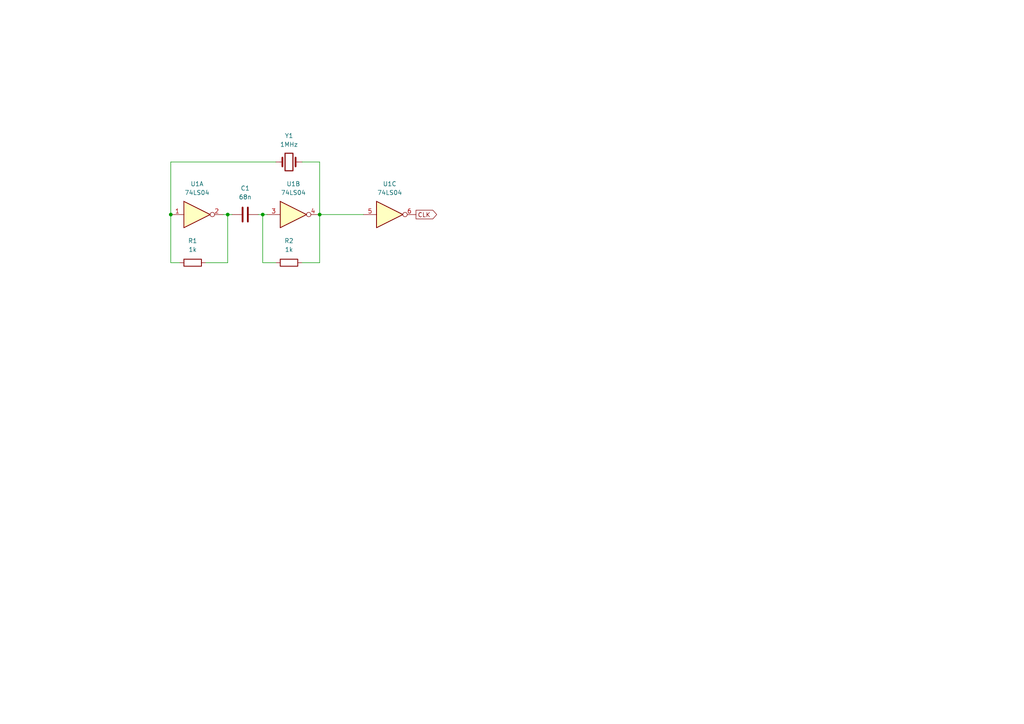
<source format=kicad_sch>
(kicad_sch (version 20230121) (generator eeschema)
  (paper "A4")
  (lib_symbols
    (symbol "74xx:74LS04"
      (property "Reference" "U" (at 0 1.27 0))
      (property "Value" "74LS04" (at 0 -1.27 0))
      (symbol "74LS04_1_0"
        (polyline (pts (xy -3.81 3.81) (xy -3.81 -3.81) (xy 3.81 0) (xy -3.81 3.81)) (stroke (width 0.254)) (fill (type background)))
        (pin input line (at -7.62 0 0) (length 3.81) (name "~") (number "1"))
        (pin output inverted (at 7.62 0 180) (length 3.81) (name "~") (number "2"))
      )
      (symbol "74LS04_2_0"
        (polyline (pts (xy -3.81 3.81) (xy -3.81 -3.81) (xy 3.81 0) (xy -3.81 3.81)) (stroke (width 0.254)) (fill (type background)))
        (pin input line (at -7.62 0 0) (length 3.81) (name "~") (number "3"))
        (pin output inverted (at 7.62 0 180) (length 3.81) (name "~") (number "4"))
      )
      (symbol "74LS04_3_0"
        (polyline (pts (xy -3.81 3.81) (xy -3.81 -3.81) (xy 3.81 0) (xy -3.81 3.81)) (stroke (width 0.254)) (fill (type background)))
        (pin input line (at -7.62 0 0) (length 3.81) (name "~") (number "5"))
        (pin output inverted (at 7.62 0 180) (length 3.81) (name "~") (number "6"))
      )
      (symbol "74LS04_4_0"
        (polyline (pts (xy -3.81 3.81) (xy -3.81 -3.81) (xy 3.81 0) (xy -3.81 3.81)) (stroke (width 0.254)) (fill (type background)))
        (pin output inverted (at 7.62 0 180) (length 3.81) (name "~") (number "8"))
        (pin input line (at -7.62 0 0) (length 3.81) (name "~") (number "9"))
      )
      (symbol "74LS04_5_0"
        (polyline (pts (xy -3.81 3.81) (xy -3.81 -3.81) (xy 3.81 0) (xy -3.81 3.81)) (stroke (width 0.254)) (fill (type background)))
        (pin output inverted (at 7.62 0 180) (length 3.81) (name "~") (number "10"))
        (pin input line (at -7.62 0 0) (length 3.81) (name "~") (number "11"))
      )
      (symbol "74LS04_6_0"
        (polyline (pts (xy -3.81 3.81) (xy -3.81 -3.81) (xy 3.81 0) (xy -3.81 3.81)) (stroke (width 0.254)) (fill (type background)))
        (pin output inverted (at 7.62 0 180) (length 3.81) (name "~") (number "12"))
        (pin input line (at -7.62 0 0) (length 3.81) (name "~") (number "13"))
      )
      (symbol "74LS04_7_0"
        (pin power_in line (at 0 12.7 270) (length 5.08) (name "VCC") (number "14"))
        (pin power_in line (at 0 -12.7 90) (length 5.08) (name "GND") (number "7"))
      )
      (symbol "74LS04_7_1"
        (rectangle (start -5.08 7.62) (end 5.08 -7.62) (stroke (width 0.254)) (fill (type background)))
      )
    )
    (symbol "Device:C" (pin_numbers hide) (pin_names (offset 0.254))
      (property "Reference" "C" (at 0.635 2.54 0))
      (property "Value" "C" (at 0.635 -2.54 0))
      (symbol "C_0_1"
        (polyline (pts (xy -2.032 -0.762) (xy 2.032 -0.762)) (stroke (width 0.508)))
        (polyline (pts (xy -2.032 0.762) (xy 2.032 0.762)) (stroke (width 0.508)))
      )
      (symbol "C_1_1"
        (pin passive line (at 0 3.81 270) (length 2.794) (name "~") (number "1"))
        (pin passive line (at 0 -3.81 90) (length 2.794) (name "~") (number "2"))
      )
    )
    (symbol "Device:Crystal" (pin_numbers hide) (pin_names (offset 1.016) hide)
      (property "Reference" "Y" (at 0 3.81 0))
      (property "Value" "Crystal" (at 0 -3.81 0))
      (symbol "Crystal_0_1"
        (rectangle (start -1.143 2.54) (end 1.143 -2.54) (stroke (width 0.3048)))
        (polyline (pts (xy -2.54 0) (xy -1.905 0)))
        (polyline (pts (xy -1.905 -1.27) (xy -1.905 1.27)) (stroke (width 0.508)))
        (polyline (pts (xy 1.905 -1.27) (xy 1.905 1.27)) (stroke (width 0.508)))
        (polyline (pts (xy 2.54 0) (xy 1.905 0)))
      )
      (symbol "Crystal_1_1"
        (pin passive line (at -3.81 0 0) (length 1.27) (name "1") (number "1"))
        (pin passive line (at 3.81 0 180) (length 1.27) (name "2") (number "2"))
      )
    )
    (symbol "Device:R" (pin_numbers hide) (pin_names (offset 0))
      (property "Reference" "R" (at 2.032 0 90))
      (property "Value" "R" (at 0 0 90))
      (symbol "R_0_1"
        (rectangle (start -1.016 -2.54) (end 1.016 2.54) (stroke (width 0.254)))
      )
      (symbol "R_1_1"
        (pin passive line (at 0 3.81 270) (length 1.27) (name "~") (number "1"))
        (pin passive line (at 0 -3.81 90) (length 1.27) (name "~") (number "2"))
      )
    )
  )
  (junction (at 66.04 62.23))
  (junction (at 49.53 62.23))
  (junction (at 92.71 62.23))
  (junction (at 76.2 62.23))
  (wire (pts (xy 87.63 76.2) (xy 92.71 76.2)))
  (wire (pts (xy 59.69 76.2) (xy 66.04 76.2)))
  (wire (pts (xy 92.71 62.23) (xy 105.41 62.23)))
  (wire (pts (xy 66.04 62.23) (xy 67.31 62.23)))
  (wire (pts (xy 64.77 62.23) (xy 66.04 62.23)))
  (wire (pts (xy 80.01 76.2) (xy 76.2 76.2)))
  (wire (pts (xy 74.93 62.23) (xy 76.2 62.23)))
  (wire (pts (xy 92.71 76.2) (xy 92.71 62.23)))
  (wire (pts (xy 49.53 46.99) (xy 49.53 62.23)))
  (wire (pts (xy 49.53 76.2) (xy 49.53 62.23)))
  (wire (pts (xy 66.04 76.2) (xy 66.04 62.23)))
  (wire (pts (xy 52.07 76.2) (xy 49.53 76.2)))
  (wire (pts (xy 80.01 46.99) (xy 49.53 46.99)))
  (wire (pts (xy 76.2 76.2) (xy 76.2 62.23)))
  (wire (pts (xy 92.71 46.99) (xy 92.71 62.23)))
  (wire (pts (xy 87.63 46.99) (xy 92.71 46.99)))
  (wire (pts (xy 76.2 62.23) (xy 77.47 62.23)))
  (global_label "CLK" (shape output) (at 120.65 62.23 0) (property "Intersheetrefs" "${INTERSHEET_REFS}" (effects hide)))
  (symbol (lib_id "Device:C") (at 71.12 62.23 90) (unit 1)
    (property "Reference" "C1" (at 71.12 54.61 90))
    (property "Value" "68n" (at 71.12 57.15 90))
  )
  (symbol (lib_id "Device:Crystal") (at 83.82 46.99 0) (unit 1)
    (property "Reference" "Y1" (at 83.82 39.37 0))
    (property "Value" "1MHz" (at 83.82 41.91 0))
  )
  (symbol (lib_id "Device:R") (at 83.82 76.2 90) (unit 1)
    (property "Reference" "R2" (at 83.82 69.85 90))
    (property "Value" "1k" (at 83.82 72.39 90))
  )
  (symbol (lib_id "74xx:74LS04") (at 113.03 62.23 0) (unit 3)
    (property "Reference" "U1" (at 113.03 53.34 0))
    (property "Value" "74LS04" (at 113.03 55.88 0))
    (property "Datasheet" "http://www.ti.com/lit/gpn/sn74LS04" (effects hide))
  )
  (symbol (lib_id "74xx:74LS04") (at 85.09 62.23 0) (unit 2)
    (property "Reference" "U1" (at 85.09 53.34 0))
    (property "Value" "74LS04" (at 85.09 55.88 0))
    (property "Datasheet" "http://www.ti.com/lit/gpn/sn74LS04" (effects hide))
  )
  (symbol (lib_id "74xx:74LS04") (at 57.15 62.23 0) (unit 1)
    (property "Reference" "U1" (at 57.15 53.34 0))
    (property "Value" "74LS04" (at 57.15 55.88 0))
    (property "Datasheet" "http://www.ti.com/lit/gpn/sn74LS04" (effects hide))
  )
  (symbol (lib_id "Device:R") (at 55.88 76.2 270) (unit 1)
    (property "Reference" "R1" (at 55.88 69.85 90))
    (property "Value" "1k" (at 55.88 72.39 90))
  )
)
</source>
